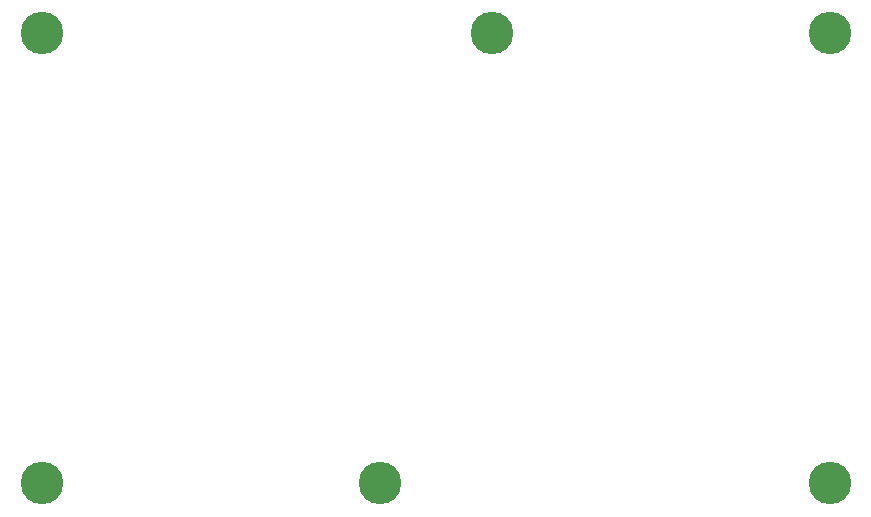
<source format=gbr>
G04 #@! TF.GenerationSoftware,KiCad,Pcbnew,(5.0.0)*
G04 #@! TF.CreationDate,2018-10-05T18:25:32-06:00*
G04 #@! TF.ProjectId,4x4_backpack,3478345F6261636B7061636B2E6B6963,rev?*
G04 #@! TF.SameCoordinates,Original*
G04 #@! TF.FileFunction,Soldermask,Bot*
G04 #@! TF.FilePolarity,Negative*
%FSLAX46Y46*%
G04 Gerber Fmt 4.6, Leading zero omitted, Abs format (unit mm)*
G04 Created by KiCad (PCBNEW (5.0.0)) date 10/05/18 18:25:32*
%MOMM*%
%LPD*%
G01*
G04 APERTURE LIST*
%ADD10C,3.600000*%
G04 APERTURE END LIST*
D10*
G04 #@! TO.C,J11*
X81026000Y-133477000D03*
G04 #@! TD*
G04 #@! TO.C,J14*
X109601000Y-133477000D03*
G04 #@! TD*
G04 #@! TO.C,J13*
X147701000Y-133477000D03*
G04 #@! TD*
G04 #@! TO.C,J12*
X147701000Y-95377000D03*
G04 #@! TD*
G04 #@! TO.C,J15*
X119126000Y-95377000D03*
G04 #@! TD*
G04 #@! TO.C,J16*
X81026000Y-95377000D03*
G04 #@! TD*
M02*

</source>
